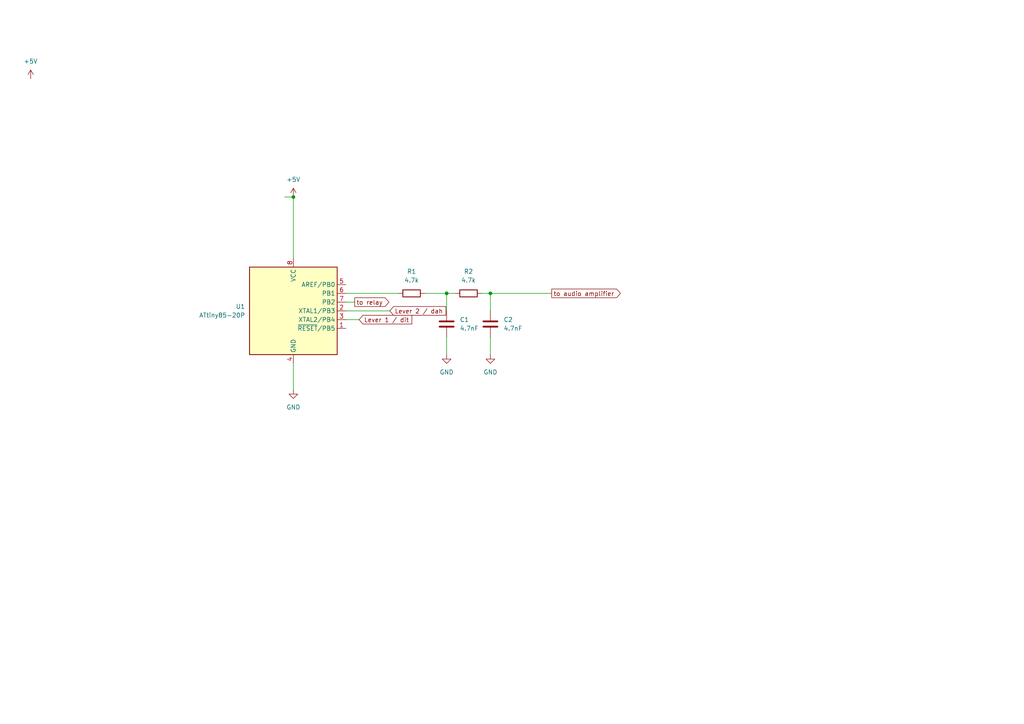
<source format=kicad_sch>
(kicad_sch (version 20211123) (generator eeschema)

  (uuid 5a3db946-8faf-44a2-bdd5-3aea3a5ec338)

  (paper "A4")

  (lib_symbols
    (symbol "Device:C" (pin_numbers hide) (pin_names (offset 0.254)) (in_bom yes) (on_board yes)
      (property "Reference" "C" (id 0) (at 0.635 2.54 0)
        (effects (font (size 1.27 1.27)) (justify left))
      )
      (property "Value" "C" (id 1) (at 0.635 -2.54 0)
        (effects (font (size 1.27 1.27)) (justify left))
      )
      (property "Footprint" "" (id 2) (at 0.9652 -3.81 0)
        (effects (font (size 1.27 1.27)) hide)
      )
      (property "Datasheet" "~" (id 3) (at 0 0 0)
        (effects (font (size 1.27 1.27)) hide)
      )
      (property "ki_keywords" "cap capacitor" (id 4) (at 0 0 0)
        (effects (font (size 1.27 1.27)) hide)
      )
      (property "ki_description" "Unpolarized capacitor" (id 5) (at 0 0 0)
        (effects (font (size 1.27 1.27)) hide)
      )
      (property "ki_fp_filters" "C_*" (id 6) (at 0 0 0)
        (effects (font (size 1.27 1.27)) hide)
      )
      (symbol "C_0_1"
        (polyline
          (pts
            (xy -2.032 -0.762)
            (xy 2.032 -0.762)
          )
          (stroke (width 0.508) (type default) (color 0 0 0 0))
          (fill (type none))
        )
        (polyline
          (pts
            (xy -2.032 0.762)
            (xy 2.032 0.762)
          )
          (stroke (width 0.508) (type default) (color 0 0 0 0))
          (fill (type none))
        )
      )
      (symbol "C_1_1"
        (pin passive line (at 0 3.81 270) (length 2.794)
          (name "~" (effects (font (size 1.27 1.27))))
          (number "1" (effects (font (size 1.27 1.27))))
        )
        (pin passive line (at 0 -3.81 90) (length 2.794)
          (name "~" (effects (font (size 1.27 1.27))))
          (number "2" (effects (font (size 1.27 1.27))))
        )
      )
    )
    (symbol "Device:R" (pin_numbers hide) (pin_names (offset 0)) (in_bom yes) (on_board yes)
      (property "Reference" "R" (id 0) (at 2.032 0 90)
        (effects (font (size 1.27 1.27)))
      )
      (property "Value" "R" (id 1) (at 0 0 90)
        (effects (font (size 1.27 1.27)))
      )
      (property "Footprint" "" (id 2) (at -1.778 0 90)
        (effects (font (size 1.27 1.27)) hide)
      )
      (property "Datasheet" "~" (id 3) (at 0 0 0)
        (effects (font (size 1.27 1.27)) hide)
      )
      (property "ki_keywords" "R res resistor" (id 4) (at 0 0 0)
        (effects (font (size 1.27 1.27)) hide)
      )
      (property "ki_description" "Resistor" (id 5) (at 0 0 0)
        (effects (font (size 1.27 1.27)) hide)
      )
      (property "ki_fp_filters" "R_*" (id 6) (at 0 0 0)
        (effects (font (size 1.27 1.27)) hide)
      )
      (symbol "R_0_1"
        (rectangle (start -1.016 -2.54) (end 1.016 2.54)
          (stroke (width 0.254) (type default) (color 0 0 0 0))
          (fill (type none))
        )
      )
      (symbol "R_1_1"
        (pin passive line (at 0 3.81 270) (length 1.27)
          (name "~" (effects (font (size 1.27 1.27))))
          (number "1" (effects (font (size 1.27 1.27))))
        )
        (pin passive line (at 0 -3.81 90) (length 1.27)
          (name "~" (effects (font (size 1.27 1.27))))
          (number "2" (effects (font (size 1.27 1.27))))
        )
      )
    )
    (symbol "MCU_Microchip_ATtiny:ATtiny85-20P" (in_bom yes) (on_board yes)
      (property "Reference" "U" (id 0) (at -12.7 13.97 0)
        (effects (font (size 1.27 1.27)) (justify left bottom))
      )
      (property "Value" "ATtiny85-20P" (id 1) (at 2.54 -13.97 0)
        (effects (font (size 1.27 1.27)) (justify left top))
      )
      (property "Footprint" "Package_DIP:DIP-8_W7.62mm" (id 2) (at 0 0 0)
        (effects (font (size 1.27 1.27) italic) hide)
      )
      (property "Datasheet" "http://ww1.microchip.com/downloads/en/DeviceDoc/atmel-2586-avr-8-bit-microcontroller-attiny25-attiny45-attiny85_datasheet.pdf" (id 3) (at 0 0 0)
        (effects (font (size 1.27 1.27)) hide)
      )
      (property "ki_keywords" "AVR 8bit Microcontroller tinyAVR" (id 4) (at 0 0 0)
        (effects (font (size 1.27 1.27)) hide)
      )
      (property "ki_description" "20MHz, 8kB Flash, 512B SRAM, 512B EEPROM, debugWIRE, DIP-8" (id 5) (at 0 0 0)
        (effects (font (size 1.27 1.27)) hide)
      )
      (property "ki_fp_filters" "DIP*W7.62mm*" (id 6) (at 0 0 0)
        (effects (font (size 1.27 1.27)) hide)
      )
      (symbol "ATtiny85-20P_0_1"
        (rectangle (start -12.7 -12.7) (end 12.7 12.7)
          (stroke (width 0.254) (type default) (color 0 0 0 0))
          (fill (type background))
        )
      )
      (symbol "ATtiny85-20P_1_1"
        (pin bidirectional line (at 15.24 -5.08 180) (length 2.54)
          (name "~{RESET}/PB5" (effects (font (size 1.27 1.27))))
          (number "1" (effects (font (size 1.27 1.27))))
        )
        (pin bidirectional line (at 15.24 0 180) (length 2.54)
          (name "XTAL1/PB3" (effects (font (size 1.27 1.27))))
          (number "2" (effects (font (size 1.27 1.27))))
        )
        (pin bidirectional line (at 15.24 -2.54 180) (length 2.54)
          (name "XTAL2/PB4" (effects (font (size 1.27 1.27))))
          (number "3" (effects (font (size 1.27 1.27))))
        )
        (pin power_in line (at 0 -15.24 90) (length 2.54)
          (name "GND" (effects (font (size 1.27 1.27))))
          (number "4" (effects (font (size 1.27 1.27))))
        )
        (pin bidirectional line (at 15.24 7.62 180) (length 2.54)
          (name "AREF/PB0" (effects (font (size 1.27 1.27))))
          (number "5" (effects (font (size 1.27 1.27))))
        )
        (pin bidirectional line (at 15.24 5.08 180) (length 2.54)
          (name "PB1" (effects (font (size 1.27 1.27))))
          (number "6" (effects (font (size 1.27 1.27))))
        )
        (pin bidirectional line (at 15.24 2.54 180) (length 2.54)
          (name "PB2" (effects (font (size 1.27 1.27))))
          (number "7" (effects (font (size 1.27 1.27))))
        )
        (pin power_in line (at 0 15.24 270) (length 2.54)
          (name "VCC" (effects (font (size 1.27 1.27))))
          (number "8" (effects (font (size 1.27 1.27))))
        )
      )
    )
    (symbol "power:+5V" (power) (pin_names (offset 0)) (in_bom yes) (on_board yes)
      (property "Reference" "#PWR" (id 0) (at 0 -3.81 0)
        (effects (font (size 1.27 1.27)) hide)
      )
      (property "Value" "+5V" (id 1) (at 0 3.556 0)
        (effects (font (size 1.27 1.27)))
      )
      (property "Footprint" "" (id 2) (at 0 0 0)
        (effects (font (size 1.27 1.27)) hide)
      )
      (property "Datasheet" "" (id 3) (at 0 0 0)
        (effects (font (size 1.27 1.27)) hide)
      )
      (property "ki_keywords" "power-flag" (id 4) (at 0 0 0)
        (effects (font (size 1.27 1.27)) hide)
      )
      (property "ki_description" "Power symbol creates a global label with name \"+5V\"" (id 5) (at 0 0 0)
        (effects (font (size 1.27 1.27)) hide)
      )
      (symbol "+5V_0_1"
        (polyline
          (pts
            (xy -0.762 1.27)
            (xy 0 2.54)
          )
          (stroke (width 0) (type default) (color 0 0 0 0))
          (fill (type none))
        )
        (polyline
          (pts
            (xy 0 0)
            (xy 0 2.54)
          )
          (stroke (width 0) (type default) (color 0 0 0 0))
          (fill (type none))
        )
        (polyline
          (pts
            (xy 0 2.54)
            (xy 0.762 1.27)
          )
          (stroke (width 0) (type default) (color 0 0 0 0))
          (fill (type none))
        )
      )
      (symbol "+5V_1_1"
        (pin power_in line (at 0 0 90) (length 0) hide
          (name "+5V" (effects (font (size 1.27 1.27))))
          (number "1" (effects (font (size 1.27 1.27))))
        )
      )
    )
    (symbol "power:GND" (power) (pin_names (offset 0)) (in_bom yes) (on_board yes)
      (property "Reference" "#PWR" (id 0) (at 0 -6.35 0)
        (effects (font (size 1.27 1.27)) hide)
      )
      (property "Value" "GND" (id 1) (at 0 -3.81 0)
        (effects (font (size 1.27 1.27)))
      )
      (property "Footprint" "" (id 2) (at 0 0 0)
        (effects (font (size 1.27 1.27)) hide)
      )
      (property "Datasheet" "" (id 3) (at 0 0 0)
        (effects (font (size 1.27 1.27)) hide)
      )
      (property "ki_keywords" "power-flag" (id 4) (at 0 0 0)
        (effects (font (size 1.27 1.27)) hide)
      )
      (property "ki_description" "Power symbol creates a global label with name \"GND\" , ground" (id 5) (at 0 0 0)
        (effects (font (size 1.27 1.27)) hide)
      )
      (symbol "GND_0_1"
        (polyline
          (pts
            (xy 0 0)
            (xy 0 -1.27)
            (xy 1.27 -1.27)
            (xy 0 -2.54)
            (xy -1.27 -1.27)
            (xy 0 -1.27)
          )
          (stroke (width 0) (type default) (color 0 0 0 0))
          (fill (type none))
        )
      )
      (symbol "GND_1_1"
        (pin power_in line (at 0 0 270) (length 0) hide
          (name "GND" (effects (font (size 1.27 1.27))))
          (number "1" (effects (font (size 1.27 1.27))))
        )
      )
    )
  )

  (junction (at 129.54 85.09) (diameter 0) (color 0 0 0 0)
    (uuid 16e1c60f-70e5-446e-9bb4-33becc40edb5)
  )
  (junction (at 142.24 85.09) (diameter 0) (color 0 0 0 0)
    (uuid 374d7c01-aab9-4e57-8db7-b35f5332ec49)
  )
  (junction (at 85.09 57.15) (diameter 0) (color 0 0 0 0)
    (uuid afc5f9af-e8d7-4b4e-9bd4-f5f7aab26dae)
  )

  (wire (pts (xy 123.19 85.09) (xy 129.54 85.09))
    (stroke (width 0) (type default) (color 0 0 0 0))
    (uuid 016359cf-7dba-4289-a4b2-d041b9a0bae8)
  )
  (wire (pts (xy 142.24 97.79) (xy 142.24 102.87))
    (stroke (width 0) (type default) (color 0 0 0 0))
    (uuid 1c08b76e-d45b-4c58-9bb0-1c3408c029be)
  )
  (wire (pts (xy 142.24 85.09) (xy 142.24 90.17))
    (stroke (width 0) (type default) (color 0 0 0 0))
    (uuid 1f7fc03d-0ea6-4edd-b561-f383c70217d4)
  )
  (wire (pts (xy 129.54 85.09) (xy 132.08 85.09))
    (stroke (width 0) (type default) (color 0 0 0 0))
    (uuid 242b298f-7a53-48b3-b908-01a3d83c6b1f)
  )
  (wire (pts (xy 85.09 57.15) (xy 85.09 74.93))
    (stroke (width 0) (type default) (color 0 0 0 0))
    (uuid 2a8fb9e1-9b76-4584-a72b-0f46b138fed6)
  )
  (wire (pts (xy 85.09 105.41) (xy 85.09 113.03))
    (stroke (width 0) (type default) (color 0 0 0 0))
    (uuid 44a0a464-54cd-4945-ba0e-54f2589e5a1e)
  )
  (wire (pts (xy 100.33 92.71) (xy 104.14 92.71))
    (stroke (width 0) (type default) (color 0 0 0 0))
    (uuid 45e7ca98-5547-4163-a55d-2f48a7da6c96)
  )
  (wire (pts (xy 142.24 85.09) (xy 160.02 85.09))
    (stroke (width 0) (type default) (color 0 0 0 0))
    (uuid 70a0bfce-a710-4636-b0f1-b2199bade759)
  )
  (wire (pts (xy 129.54 85.09) (xy 129.54 90.17))
    (stroke (width 0) (type default) (color 0 0 0 0))
    (uuid 84720efe-e30c-42be-a856-cc86df150bc2)
  )
  (wire (pts (xy 82.55 57.15) (xy 85.09 57.15))
    (stroke (width 0) (type default) (color 0 0 0 0))
    (uuid 91040efd-39f8-4719-b1f0-dffeccc4996a)
  )
  (wire (pts (xy 100.33 87.63) (xy 102.87 87.63))
    (stroke (width 0) (type default) (color 0 0 0 0))
    (uuid ae81f1fb-eda3-45a2-b20d-55e7e12c11f0)
  )
  (wire (pts (xy 100.33 85.09) (xy 115.57 85.09))
    (stroke (width 0) (type default) (color 0 0 0 0))
    (uuid b00fe8c5-db75-4714-9ae2-59fce5a8a56c)
  )
  (wire (pts (xy 100.33 90.17) (xy 113.03 90.17))
    (stroke (width 0) (type default) (color 0 0 0 0))
    (uuid c4bb2011-ad2a-4784-9960-6289d84b5b8c)
  )
  (wire (pts (xy 129.54 97.79) (xy 129.54 102.87))
    (stroke (width 0) (type default) (color 0 0 0 0))
    (uuid e2a95cf5-91a8-4b4b-9a7c-bd4142d193f7)
  )
  (wire (pts (xy 139.7 85.09) (xy 142.24 85.09))
    (stroke (width 0) (type default) (color 0 0 0 0))
    (uuid ecdfeda8-e9af-4866-82b8-159c5f884aca)
  )

  (global_label "Lever 2 {slash} dah" (shape input) (at 113.03 90.17 0) (fields_autoplaced)
    (effects (font (size 1.27 1.27)) (justify left))
    (uuid 0df0e4c8-9099-47b4-8015-d2e4292c08f8)
    (property "Intersheet References" "${INTERSHEET_REFS}" (id 0) (at 129.2921 90.0906 0)
      (effects (font (size 1.27 1.27)) (justify left) hide)
    )
  )
  (global_label "Lever 1 {slash} dit" (shape input) (at 104.14 92.71 0) (fields_autoplaced)
    (effects (font (size 1.27 1.27)) (justify left))
    (uuid 8300958a-fbf0-4bad-9798-2ffa0d463729)
    (property "Intersheet References" "${INTERSHEET_REFS}" (id 0) (at 119.4345 92.6306 0)
      (effects (font (size 1.27 1.27)) (justify left) hide)
    )
  )
  (global_label "to relay" (shape output) (at 102.87 87.63 0) (fields_autoplaced)
    (effects (font (size 1.27 1.27)) (justify left))
    (uuid 937fa16f-43c0-49a2-9e80-c372b8aed7e1)
    (property "Intersheet References" "${INTERSHEET_REFS}" (id 0) (at 112.7821 87.5506 0)
      (effects (font (size 1.27 1.27)) (justify left) hide)
    )
  )
  (global_label "to audio amplifier" (shape output) (at 160.02 85.09 0) (fields_autoplaced)
    (effects (font (size 1.27 1.27)) (justify left))
    (uuid dd3d5a95-1156-480e-9ac2-2af8ea4a8f0d)
    (property "Intersheet References" "${INTERSHEET_REFS}" (id 0) (at 179.9107 85.0106 0)
      (effects (font (size 1.27 1.27)) (justify left) hide)
    )
  )

  (symbol (lib_id "Device:R") (at 135.89 85.09 90) (unit 1)
    (in_bom yes) (on_board yes) (fields_autoplaced)
    (uuid 012f7694-5e3c-487d-adf9-a3aa78185ba4)
    (property "Reference" "R2" (id 0) (at 135.89 78.74 90))
    (property "Value" "4.7k" (id 1) (at 135.89 81.28 90))
    (property "Footprint" "" (id 2) (at 135.89 86.868 90)
      (effects (font (size 1.27 1.27)) hide)
    )
    (property "Datasheet" "~" (id 3) (at 135.89 85.09 0)
      (effects (font (size 1.27 1.27)) hide)
    )
    (pin "1" (uuid 7af3db76-82f5-4312-995b-bad42617d6fe))
    (pin "2" (uuid bf651541-7aec-4b82-941f-7c923c61cb1a))
  )

  (symbol (lib_id "Device:C") (at 129.54 93.98 0) (unit 1)
    (in_bom yes) (on_board yes) (fields_autoplaced)
    (uuid 0468d89f-8cdc-4faf-abfd-0c68a546f870)
    (property "Reference" "C1" (id 0) (at 133.35 92.7099 0)
      (effects (font (size 1.27 1.27)) (justify left))
    )
    (property "Value" "4.7nF" (id 1) (at 133.35 95.2499 0)
      (effects (font (size 1.27 1.27)) (justify left))
    )
    (property "Footprint" "" (id 2) (at 130.5052 97.79 0)
      (effects (font (size 1.27 1.27)) hide)
    )
    (property "Datasheet" "~" (id 3) (at 129.54 93.98 0)
      (effects (font (size 1.27 1.27)) hide)
    )
    (pin "1" (uuid ba0f3398-d5c0-452a-81bd-159ca0aea5de))
    (pin "2" (uuid 62280707-1aa9-4b1c-a002-4f88cecc2eb7))
  )

  (symbol (lib_id "power:GND") (at 129.54 102.87 0) (unit 1)
    (in_bom yes) (on_board yes) (fields_autoplaced)
    (uuid 069ac219-de07-4c74-a2ed-6112e149df69)
    (property "Reference" "#PWR04" (id 0) (at 129.54 109.22 0)
      (effects (font (size 1.27 1.27)) hide)
    )
    (property "Value" "GND" (id 1) (at 129.54 107.95 0))
    (property "Footprint" "" (id 2) (at 129.54 102.87 0)
      (effects (font (size 1.27 1.27)) hide)
    )
    (property "Datasheet" "" (id 3) (at 129.54 102.87 0)
      (effects (font (size 1.27 1.27)) hide)
    )
    (pin "1" (uuid 61a07672-e5dd-4ba4-85e0-d1b99c31eda6))
  )

  (symbol (lib_id "power:+5V") (at 85.09 57.15 0) (unit 1)
    (in_bom yes) (on_board yes) (fields_autoplaced)
    (uuid 106fc0e9-7315-48b3-9da8-8529d45ab917)
    (property "Reference" "#PWR02" (id 0) (at 85.09 60.96 0)
      (effects (font (size 1.27 1.27)) hide)
    )
    (property "Value" "+5V" (id 1) (at 85.09 52.07 0))
    (property "Footprint" "" (id 2) (at 85.09 57.15 0)
      (effects (font (size 1.27 1.27)) hide)
    )
    (property "Datasheet" "" (id 3) (at 85.09 57.15 0)
      (effects (font (size 1.27 1.27)) hide)
    )
    (pin "1" (uuid 2c0ee54d-5a5c-410a-8003-1e9700e10065))
  )

  (symbol (lib_id "MCU_Microchip_ATtiny:ATtiny85-20P") (at 85.09 90.17 0) (unit 1)
    (in_bom yes) (on_board yes) (fields_autoplaced)
    (uuid 2cadfd38-6784-4c0d-b3ba-51f6e6464db4)
    (property "Reference" "U1" (id 0) (at 71.12 88.8999 0)
      (effects (font (size 1.27 1.27)) (justify right))
    )
    (property "Value" "ATtiny85-20P" (id 1) (at 71.12 91.4399 0)
      (effects (font (size 1.27 1.27)) (justify right))
    )
    (property "Footprint" "Package_DIP:DIP-8_W7.62mm" (id 2) (at 85.09 90.17 0)
      (effects (font (size 1.27 1.27) italic) hide)
    )
    (property "Datasheet" "http://ww1.microchip.com/downloads/en/DeviceDoc/atmel-2586-avr-8-bit-microcontroller-attiny25-attiny45-attiny85_datasheet.pdf" (id 3) (at 85.09 90.17 0)
      (effects (font (size 1.27 1.27)) hide)
    )
    (pin "1" (uuid caba0976-d919-4240-a1f0-1f5db857f35b))
    (pin "2" (uuid 5c6a3cae-0143-4ff9-a63a-199c9ac9fa7a))
    (pin "3" (uuid 07167cc6-137e-41d6-afa6-eb4043ff878c))
    (pin "4" (uuid 470303c8-0067-4c07-8be4-a5a20adf684e))
    (pin "5" (uuid 9f0ac859-2704-4fc2-8668-364ec0c330f4))
    (pin "6" (uuid 99911aa6-31c3-4637-9d1d-f5622a235efc))
    (pin "7" (uuid 1e99590a-c667-4c1c-9c7b-3657e5f34906))
    (pin "8" (uuid c00c58ef-8f0c-49fc-a31a-5a4c1fcdc9a5))
  )

  (symbol (lib_id "Device:R") (at 119.38 85.09 90) (unit 1)
    (in_bom yes) (on_board yes) (fields_autoplaced)
    (uuid 33304a6e-5ad1-428d-a490-1dfb94d130f8)
    (property "Reference" "R1" (id 0) (at 119.38 78.74 90))
    (property "Value" "4.7k" (id 1) (at 119.38 81.28 90))
    (property "Footprint" "" (id 2) (at 119.38 86.868 90)
      (effects (font (size 1.27 1.27)) hide)
    )
    (property "Datasheet" "~" (id 3) (at 119.38 85.09 0)
      (effects (font (size 1.27 1.27)) hide)
    )
    (pin "1" (uuid 3f03b3cb-cb29-48c3-8b79-8b0724e23497))
    (pin "2" (uuid b5a783f4-a209-4403-b1ba-cd5f9dda2b7e))
  )

  (symbol (lib_id "Device:C") (at 142.24 93.98 0) (unit 1)
    (in_bom yes) (on_board yes) (fields_autoplaced)
    (uuid 587245ce-287f-4e5a-93d6-32ab15fcf068)
    (property "Reference" "C2" (id 0) (at 146.05 92.7099 0)
      (effects (font (size 1.27 1.27)) (justify left))
    )
    (property "Value" "4.7nF" (id 1) (at 146.05 95.2499 0)
      (effects (font (size 1.27 1.27)) (justify left))
    )
    (property "Footprint" "" (id 2) (at 143.2052 97.79 0)
      (effects (font (size 1.27 1.27)) hide)
    )
    (property "Datasheet" "~" (id 3) (at 142.24 93.98 0)
      (effects (font (size 1.27 1.27)) hide)
    )
    (pin "1" (uuid a3ff8378-21e8-49eb-b0e1-02fa70800a88))
    (pin "2" (uuid 88d9f6f2-443f-4967-bc21-687dc4cb8316))
  )

  (symbol (lib_id "power:+5V") (at 8.89 22.86 0) (unit 1)
    (in_bom yes) (on_board yes) (fields_autoplaced)
    (uuid 89421222-925d-48cb-95b2-890f40ee763a)
    (property "Reference" "#PWR01" (id 0) (at 8.89 26.67 0)
      (effects (font (size 1.27 1.27)) hide)
    )
    (property "Value" "+5V" (id 1) (at 8.89 17.78 0))
    (property "Footprint" "" (id 2) (at 8.89 22.86 0)
      (effects (font (size 1.27 1.27)) hide)
    )
    (property "Datasheet" "" (id 3) (at 8.89 22.86 0)
      (effects (font (size 1.27 1.27)) hide)
    )
    (pin "1" (uuid 8105d79f-2f04-4a7a-9334-0d74b3a7e0fa))
  )

  (symbol (lib_id "power:GND") (at 85.09 113.03 0) (unit 1)
    (in_bom yes) (on_board yes) (fields_autoplaced)
    (uuid d20c952e-24d2-4337-8ce1-58edaa091784)
    (property "Reference" "#PWR03" (id 0) (at 85.09 119.38 0)
      (effects (font (size 1.27 1.27)) hide)
    )
    (property "Value" "GND" (id 1) (at 85.09 118.11 0))
    (property "Footprint" "" (id 2) (at 85.09 113.03 0)
      (effects (font (size 1.27 1.27)) hide)
    )
    (property "Datasheet" "" (id 3) (at 85.09 113.03 0)
      (effects (font (size 1.27 1.27)) hide)
    )
    (pin "1" (uuid f3ad1931-040f-443d-bc97-a93292966860))
  )

  (symbol (lib_id "power:GND") (at 142.24 102.87 0) (unit 1)
    (in_bom yes) (on_board yes) (fields_autoplaced)
    (uuid d4e68857-e83d-49d2-8752-2234b4cbf6ed)
    (property "Reference" "#PWR05" (id 0) (at 142.24 109.22 0)
      (effects (font (size 1.27 1.27)) hide)
    )
    (property "Value" "GND" (id 1) (at 142.24 107.95 0))
    (property "Footprint" "" (id 2) (at 142.24 102.87 0)
      (effects (font (size 1.27 1.27)) hide)
    )
    (property "Datasheet" "" (id 3) (at 142.24 102.87 0)
      (effects (font (size 1.27 1.27)) hide)
    )
    (pin "1" (uuid 13c14b0e-8531-4228-9498-26c30278d9ec))
  )

  (sheet_instances
    (path "/" (page "1"))
  )

  (symbol_instances
    (path "/89421222-925d-48cb-95b2-890f40ee763a"
      (reference "#PWR01") (unit 1) (value "+5V") (footprint "")
    )
    (path "/106fc0e9-7315-48b3-9da8-8529d45ab917"
      (reference "#PWR02") (unit 1) (value "+5V") (footprint "")
    )
    (path "/d20c952e-24d2-4337-8ce1-58edaa091784"
      (reference "#PWR03") (unit 1) (value "GND") (footprint "")
    )
    (path "/069ac219-de07-4c74-a2ed-6112e149df69"
      (reference "#PWR04") (unit 1) (value "GND") (footprint "")
    )
    (path "/d4e68857-e83d-49d2-8752-2234b4cbf6ed"
      (reference "#PWR05") (unit 1) (value "GND") (footprint "")
    )
    (path "/0468d89f-8cdc-4faf-abfd-0c68a546f870"
      (reference "C1") (unit 1) (value "4.7nF") (footprint "")
    )
    (path "/587245ce-287f-4e5a-93d6-32ab15fcf068"
      (reference "C2") (unit 1) (value "4.7nF") (footprint "")
    )
    (path "/33304a6e-5ad1-428d-a490-1dfb94d130f8"
      (reference "R1") (unit 1) (value "4.7k") (footprint "")
    )
    (path "/012f7694-5e3c-487d-adf9-a3aa78185ba4"
      (reference "R2") (unit 1) (value "4.7k") (footprint "")
    )
    (path "/2cadfd38-6784-4c0d-b3ba-51f6e6464db4"
      (reference "U1") (unit 1) (value "ATtiny85-20P") (footprint "Package_DIP:DIP-8_W7.62mm")
    )
  )
)

</source>
